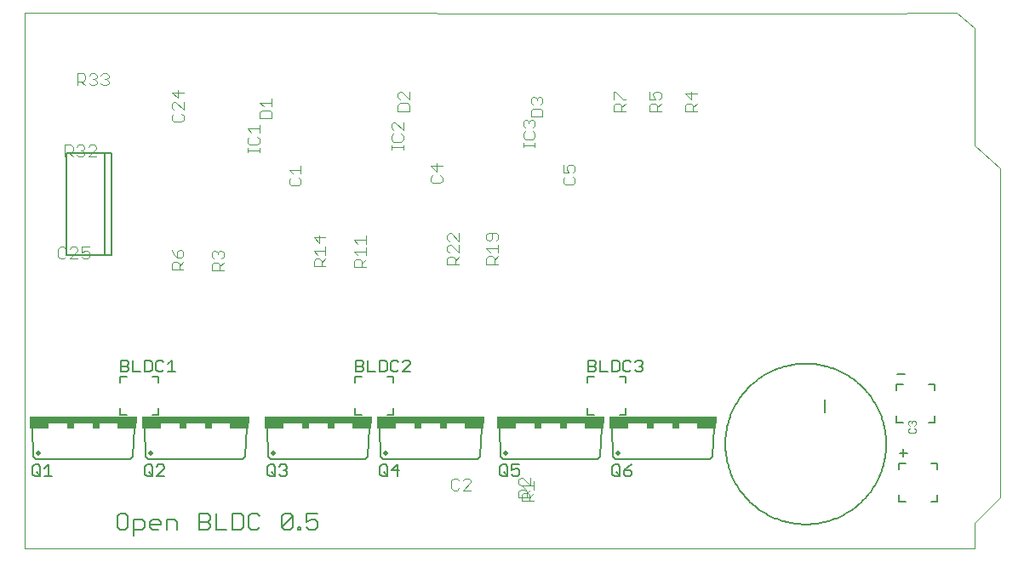
<source format=gto>
G75*
%MOIN*%
%OFA0B0*%
%FSLAX25Y25*%
%IPPOS*%
%LPD*%
%AMOC8*
5,1,8,0,0,1.08239X$1,22.5*
%
%ADD10C,0.00000*%
%ADD11C,0.00600*%
%ADD12C,0.00400*%
%ADD13C,0.00800*%
%ADD14C,0.00300*%
%ADD15C,0.00500*%
%ADD16C,0.02000*%
%ADD17R,0.42000X0.03000*%
%ADD18R,0.07500X0.02000*%
%ADD19R,0.03000X0.02000*%
D10*
X0005000Y0005000D02*
X0005000Y0215000D01*
X0330921Y0214701D01*
X0370000Y0215000D01*
X0377000Y0209000D01*
X0377000Y0163000D01*
X0387000Y0154000D01*
X0387000Y0025000D01*
X0377000Y0015000D01*
X0377000Y0005000D01*
X0005000Y0005000D01*
D11*
X0041300Y0013368D02*
X0042368Y0012300D01*
X0044503Y0012300D01*
X0045570Y0013368D01*
X0045570Y0017638D01*
X0044503Y0018705D01*
X0042368Y0018705D01*
X0041300Y0017638D01*
X0041300Y0013368D01*
X0047745Y0012300D02*
X0050948Y0012300D01*
X0052016Y0013368D01*
X0052016Y0015503D01*
X0050948Y0016570D01*
X0047745Y0016570D01*
X0047745Y0010165D01*
X0054191Y0013368D02*
X0054191Y0015503D01*
X0055259Y0016570D01*
X0057394Y0016570D01*
X0058461Y0015503D01*
X0058461Y0014435D01*
X0054191Y0014435D01*
X0054191Y0013368D02*
X0055259Y0012300D01*
X0057394Y0012300D01*
X0060636Y0012300D02*
X0060636Y0016570D01*
X0063839Y0016570D01*
X0064907Y0015503D01*
X0064907Y0012300D01*
X0073527Y0012300D02*
X0076730Y0012300D01*
X0077798Y0013368D01*
X0077798Y0014435D01*
X0076730Y0015503D01*
X0073527Y0015503D01*
X0073527Y0018705D02*
X0076730Y0018705D01*
X0077798Y0017638D01*
X0077798Y0016570D01*
X0076730Y0015503D01*
X0073527Y0012300D02*
X0073527Y0018705D01*
X0079973Y0018705D02*
X0079973Y0012300D01*
X0084243Y0012300D01*
X0086418Y0012300D02*
X0089621Y0012300D01*
X0090689Y0013368D01*
X0090689Y0017638D01*
X0089621Y0018705D01*
X0086418Y0018705D01*
X0086418Y0012300D01*
X0092864Y0013368D02*
X0093932Y0012300D01*
X0096067Y0012300D01*
X0097134Y0013368D01*
X0092864Y0013368D02*
X0092864Y0017638D01*
X0093932Y0018705D01*
X0096067Y0018705D01*
X0097134Y0017638D01*
X0105755Y0017638D02*
X0105755Y0013368D01*
X0110025Y0017638D01*
X0110025Y0013368D01*
X0108958Y0012300D01*
X0106823Y0012300D01*
X0105755Y0013368D01*
X0112200Y0013368D02*
X0112200Y0012300D01*
X0113268Y0012300D01*
X0113268Y0013368D01*
X0112200Y0013368D01*
X0115423Y0013368D02*
X0116491Y0012300D01*
X0118626Y0012300D01*
X0119694Y0013368D01*
X0119694Y0015503D01*
X0118626Y0016570D01*
X0117558Y0016570D01*
X0115423Y0015503D01*
X0115423Y0018705D01*
X0119694Y0018705D01*
X0110025Y0017638D02*
X0108958Y0018705D01*
X0106823Y0018705D01*
X0105755Y0017638D01*
X0101500Y0040000D02*
X0100500Y0041000D01*
X0100000Y0052500D01*
X0092000Y0052500D02*
X0091500Y0041000D01*
X0090500Y0040000D01*
X0053500Y0040000D01*
X0052500Y0041000D01*
X0052000Y0052500D01*
X0048000Y0052500D02*
X0047500Y0041000D01*
X0046500Y0040000D01*
X0009500Y0040000D01*
X0008500Y0041000D01*
X0008000Y0052500D01*
X0042500Y0057500D02*
X0042500Y0060000D01*
X0042500Y0057500D02*
X0045000Y0057500D01*
X0055000Y0057500D02*
X0057500Y0057500D01*
X0057500Y0060000D01*
X0057500Y0070000D02*
X0057500Y0072500D01*
X0055000Y0072500D01*
X0045000Y0072500D02*
X0042500Y0072500D01*
X0042500Y0070000D01*
X0101500Y0040000D02*
X0138500Y0040000D01*
X0139500Y0041000D01*
X0140000Y0052500D01*
X0144000Y0052500D02*
X0144500Y0041000D01*
X0145500Y0040000D01*
X0182500Y0040000D01*
X0183500Y0041000D01*
X0184000Y0052500D01*
X0191000Y0052500D02*
X0191500Y0041000D01*
X0192500Y0040000D01*
X0229500Y0040000D01*
X0230500Y0041000D01*
X0231000Y0052500D01*
X0235000Y0052500D02*
X0235500Y0041000D01*
X0236500Y0040000D01*
X0273500Y0040000D01*
X0274500Y0041000D01*
X0275000Y0052500D01*
X0240500Y0057500D02*
X0238000Y0057500D01*
X0240500Y0057500D02*
X0240500Y0060000D01*
X0228000Y0057500D02*
X0225500Y0057500D01*
X0225500Y0060000D01*
X0225500Y0070000D02*
X0225500Y0072500D01*
X0228000Y0072500D01*
X0238000Y0072500D02*
X0240500Y0072500D01*
X0240500Y0070000D01*
X0149500Y0070000D02*
X0149500Y0072500D01*
X0147000Y0072500D01*
X0137000Y0072500D02*
X0134500Y0072500D01*
X0134500Y0070000D01*
X0134500Y0060000D02*
X0134500Y0057500D01*
X0137000Y0057500D01*
X0147000Y0057500D02*
X0149500Y0057500D01*
X0149500Y0060000D01*
X0346500Y0057000D02*
X0346500Y0054500D01*
X0349000Y0054500D01*
X0359000Y0054500D02*
X0361500Y0054500D01*
X0361500Y0057000D01*
X0361500Y0067000D02*
X0361500Y0069500D01*
X0359000Y0069500D01*
X0349000Y0069500D02*
X0346500Y0069500D01*
X0346500Y0067000D01*
X0347500Y0038500D02*
X0350000Y0038500D01*
X0347500Y0038500D02*
X0347500Y0036000D01*
X0360000Y0038500D02*
X0362500Y0038500D01*
X0362500Y0036000D01*
X0362500Y0026000D02*
X0362500Y0023500D01*
X0360000Y0023500D01*
X0350000Y0023500D02*
X0347500Y0023500D01*
X0347500Y0026000D01*
D12*
X0204402Y0026706D02*
X0202868Y0025172D01*
X0203198Y0025138D02*
X0198594Y0025138D01*
X0198594Y0027440D01*
X0199361Y0028207D01*
X0200896Y0028207D01*
X0201663Y0027440D01*
X0201663Y0025138D01*
X0202868Y0025939D02*
X0202100Y0026706D01*
X0200566Y0026706D01*
X0199798Y0025939D01*
X0199798Y0023637D01*
X0204402Y0023637D01*
X0202868Y0023637D02*
X0202868Y0025939D01*
X0201663Y0026672D02*
X0203198Y0028207D01*
X0204402Y0028241D02*
X0204402Y0031310D01*
X0204402Y0029776D02*
X0199798Y0029776D01*
X0201333Y0028241D01*
X0203198Y0029742D02*
X0200128Y0032811D01*
X0199361Y0032811D01*
X0198594Y0032044D01*
X0198594Y0030509D01*
X0199361Y0029742D01*
X0203198Y0029742D02*
X0203198Y0032811D01*
X0179857Y0031686D02*
X0179090Y0032454D01*
X0177555Y0032454D01*
X0176788Y0031686D01*
X0175254Y0031686D02*
X0174486Y0032454D01*
X0172952Y0032454D01*
X0172184Y0031686D01*
X0172184Y0028617D01*
X0172952Y0027850D01*
X0174486Y0027850D01*
X0175254Y0028617D01*
X0176788Y0027850D02*
X0179857Y0030919D01*
X0179857Y0031686D01*
X0179857Y0027850D02*
X0176788Y0027850D01*
X0082977Y0114133D02*
X0078373Y0114133D01*
X0078373Y0116435D01*
X0079141Y0117202D01*
X0080675Y0117202D01*
X0081443Y0116435D01*
X0081443Y0114133D01*
X0081443Y0115668D02*
X0082977Y0117202D01*
X0082210Y0118737D02*
X0082977Y0119504D01*
X0082977Y0121039D01*
X0082210Y0121806D01*
X0081443Y0121806D01*
X0080675Y0121039D01*
X0080675Y0120272D01*
X0080675Y0121039D02*
X0079908Y0121806D01*
X0079141Y0121806D01*
X0078373Y0121039D01*
X0078373Y0119504D01*
X0079141Y0118737D01*
X0067229Y0119741D02*
X0066462Y0118973D01*
X0064927Y0118973D01*
X0064927Y0121275D01*
X0065695Y0122042D01*
X0066462Y0122042D01*
X0067229Y0121275D01*
X0067229Y0119741D01*
X0067229Y0117439D02*
X0065695Y0115904D01*
X0065695Y0116671D02*
X0065695Y0114369D01*
X0067229Y0114369D02*
X0062625Y0114369D01*
X0062625Y0116671D01*
X0063393Y0117439D01*
X0064927Y0117439D01*
X0065695Y0116671D01*
X0064927Y0118973D02*
X0063393Y0120508D01*
X0062625Y0122042D01*
X0030477Y0121002D02*
X0030477Y0119467D01*
X0029710Y0118700D01*
X0028175Y0118700D01*
X0027408Y0119467D01*
X0027408Y0121002D02*
X0028942Y0121769D01*
X0029710Y0121769D01*
X0030477Y0121002D01*
X0030477Y0123304D02*
X0027408Y0123304D01*
X0027408Y0121002D01*
X0025873Y0121769D02*
X0025873Y0122537D01*
X0025106Y0123304D01*
X0023571Y0123304D01*
X0022804Y0122537D01*
X0021269Y0122537D02*
X0020502Y0123304D01*
X0018967Y0123304D01*
X0018200Y0122537D01*
X0018200Y0119467D01*
X0018967Y0118700D01*
X0020502Y0118700D01*
X0021269Y0119467D01*
X0022804Y0118700D02*
X0025873Y0121769D01*
X0025873Y0118700D02*
X0022804Y0118700D01*
X0023957Y0158700D02*
X0022423Y0160235D01*
X0023190Y0160235D02*
X0020888Y0160235D01*
X0020888Y0158700D02*
X0020888Y0163304D01*
X0023190Y0163304D01*
X0023957Y0162537D01*
X0023957Y0161002D01*
X0023190Y0160235D01*
X0025492Y0159467D02*
X0026259Y0158700D01*
X0027794Y0158700D01*
X0028561Y0159467D01*
X0028561Y0160235D01*
X0027794Y0161002D01*
X0027027Y0161002D01*
X0027794Y0161002D02*
X0028561Y0161769D01*
X0028561Y0162537D01*
X0027794Y0163304D01*
X0026259Y0163304D01*
X0025492Y0162537D01*
X0030096Y0162537D02*
X0030863Y0163304D01*
X0032398Y0163304D01*
X0033165Y0162537D01*
X0033165Y0161769D01*
X0030096Y0158700D01*
X0033165Y0158700D01*
X0062696Y0173156D02*
X0063463Y0172388D01*
X0066533Y0172388D01*
X0067300Y0173156D01*
X0067300Y0174690D01*
X0066533Y0175457D01*
X0067300Y0176992D02*
X0064231Y0180061D01*
X0063463Y0180061D01*
X0062696Y0179294D01*
X0062696Y0177759D01*
X0063463Y0176992D01*
X0063463Y0175457D02*
X0062696Y0174690D01*
X0062696Y0173156D01*
X0067300Y0176992D02*
X0067300Y0180061D01*
X0064998Y0181596D02*
X0062696Y0183898D01*
X0067300Y0183898D01*
X0064998Y0184665D02*
X0064998Y0181596D01*
X0037977Y0187467D02*
X0037210Y0186700D01*
X0035675Y0186700D01*
X0034908Y0187467D01*
X0033373Y0187467D02*
X0032606Y0186700D01*
X0031071Y0186700D01*
X0030304Y0187467D01*
X0028769Y0186700D02*
X0027235Y0188235D01*
X0028002Y0188235D02*
X0025700Y0188235D01*
X0025700Y0186700D02*
X0025700Y0191304D01*
X0028002Y0191304D01*
X0028769Y0190537D01*
X0028769Y0189002D01*
X0028002Y0188235D01*
X0030304Y0190537D02*
X0031071Y0191304D01*
X0032606Y0191304D01*
X0033373Y0190537D01*
X0033373Y0189769D01*
X0032606Y0189002D01*
X0033373Y0188235D01*
X0033373Y0187467D01*
X0032606Y0189002D02*
X0031839Y0189002D01*
X0034908Y0190537D02*
X0035675Y0191304D01*
X0037210Y0191304D01*
X0037977Y0190537D01*
X0037977Y0189769D01*
X0037210Y0189002D01*
X0037977Y0188235D01*
X0037977Y0187467D01*
X0037210Y0189002D02*
X0036442Y0189002D01*
X0092381Y0169615D02*
X0096985Y0169615D01*
X0096985Y0168080D02*
X0096985Y0171150D01*
X0093916Y0168080D02*
X0092381Y0169615D01*
X0093148Y0166546D02*
X0092381Y0165778D01*
X0092381Y0164244D01*
X0093148Y0163476D01*
X0096218Y0163476D01*
X0096985Y0164244D01*
X0096985Y0165778D01*
X0096218Y0166546D01*
X0096985Y0161942D02*
X0096985Y0160407D01*
X0096985Y0161174D02*
X0092381Y0161174D01*
X0092381Y0160407D02*
X0092381Y0161942D01*
X0108633Y0153454D02*
X0113237Y0153454D01*
X0113237Y0154988D02*
X0113237Y0151919D01*
X0112470Y0150384D02*
X0113237Y0149617D01*
X0113237Y0148082D01*
X0112470Y0147315D01*
X0109400Y0147315D01*
X0108633Y0148082D01*
X0108633Y0149617D01*
X0109400Y0150384D01*
X0110168Y0151919D02*
X0108633Y0153454D01*
X0101863Y0173680D02*
X0097259Y0173680D01*
X0097259Y0175982D01*
X0098026Y0176750D01*
X0101096Y0176750D01*
X0101863Y0175982D01*
X0101863Y0173680D01*
X0101863Y0178284D02*
X0101863Y0181354D01*
X0101863Y0179819D02*
X0097259Y0179819D01*
X0098794Y0178284D01*
X0148696Y0171461D02*
X0148696Y0169926D01*
X0149463Y0169159D01*
X0149463Y0167624D02*
X0148696Y0166857D01*
X0148696Y0165322D01*
X0149463Y0164555D01*
X0152533Y0164555D01*
X0153300Y0165322D01*
X0153300Y0166857D01*
X0152533Y0167624D01*
X0153300Y0169159D02*
X0150231Y0172228D01*
X0149463Y0172228D01*
X0148696Y0171461D01*
X0153300Y0172228D02*
X0153300Y0169159D01*
X0153300Y0163020D02*
X0153300Y0161486D01*
X0153300Y0162253D02*
X0148696Y0162253D01*
X0148696Y0161486D02*
X0148696Y0163020D01*
X0164082Y0155181D02*
X0166384Y0152880D01*
X0166384Y0155949D01*
X0168686Y0155181D02*
X0164082Y0155181D01*
X0164849Y0151345D02*
X0164082Y0150578D01*
X0164082Y0149043D01*
X0164849Y0148276D01*
X0167919Y0148276D01*
X0168686Y0149043D01*
X0168686Y0150578D01*
X0167919Y0151345D01*
X0200302Y0162446D02*
X0200302Y0163981D01*
X0200302Y0163214D02*
X0204906Y0163214D01*
X0204906Y0163981D02*
X0204906Y0162446D01*
X0204139Y0165516D02*
X0201070Y0165516D01*
X0200302Y0166283D01*
X0200302Y0167818D01*
X0201070Y0168585D01*
X0201070Y0170120D02*
X0200302Y0170887D01*
X0200302Y0172422D01*
X0201070Y0173189D01*
X0201837Y0173189D01*
X0202604Y0172422D01*
X0203372Y0173189D01*
X0204139Y0173189D01*
X0204906Y0172422D01*
X0204906Y0170887D01*
X0204139Y0170120D01*
X0204139Y0168585D02*
X0204906Y0167818D01*
X0204906Y0166283D01*
X0204139Y0165516D01*
X0202604Y0171654D02*
X0202604Y0172422D01*
X0203322Y0174491D02*
X0203322Y0176793D01*
X0204089Y0177561D01*
X0207159Y0177561D01*
X0207926Y0176793D01*
X0207926Y0174491D01*
X0203322Y0174491D01*
X0204089Y0179095D02*
X0203322Y0179863D01*
X0203322Y0181397D01*
X0204089Y0182165D01*
X0204857Y0182165D01*
X0205624Y0181397D01*
X0206391Y0182165D01*
X0207159Y0182165D01*
X0207926Y0181397D01*
X0207926Y0179863D01*
X0207159Y0179095D01*
X0205624Y0180630D02*
X0205624Y0181397D01*
X0235696Y0181096D02*
X0235696Y0184165D01*
X0236463Y0184165D01*
X0239533Y0181096D01*
X0240300Y0181096D01*
X0240300Y0179561D02*
X0238765Y0178027D01*
X0238765Y0178794D02*
X0238765Y0176492D01*
X0240300Y0176492D02*
X0235696Y0176492D01*
X0235696Y0178794D01*
X0236463Y0179561D01*
X0237998Y0179561D01*
X0238765Y0178794D01*
X0249696Y0178794D02*
X0249696Y0176492D01*
X0254300Y0176492D01*
X0252765Y0176492D02*
X0252765Y0178794D01*
X0251998Y0179561D01*
X0250463Y0179561D01*
X0249696Y0178794D01*
X0249696Y0181096D02*
X0251998Y0181096D01*
X0251231Y0182631D01*
X0251231Y0183398D01*
X0251998Y0184165D01*
X0253533Y0184165D01*
X0254300Y0183398D01*
X0254300Y0181863D01*
X0253533Y0181096D01*
X0254300Y0179561D02*
X0252765Y0178027D01*
X0249696Y0181096D02*
X0249696Y0184165D01*
X0263696Y0183398D02*
X0265998Y0181096D01*
X0265998Y0184165D01*
X0268300Y0183398D02*
X0263696Y0183398D01*
X0264463Y0179561D02*
X0263696Y0178794D01*
X0263696Y0176492D01*
X0268300Y0176492D01*
X0266765Y0176492D02*
X0266765Y0178794D01*
X0265998Y0179561D01*
X0264463Y0179561D01*
X0266765Y0178027D02*
X0268300Y0179561D01*
X0220568Y0154622D02*
X0220568Y0153088D01*
X0219800Y0152320D01*
X0219800Y0150786D02*
X0220568Y0150019D01*
X0220568Y0148484D01*
X0219800Y0147717D01*
X0216731Y0147717D01*
X0215964Y0148484D01*
X0215964Y0150019D01*
X0216731Y0150786D01*
X0215964Y0152320D02*
X0218266Y0152320D01*
X0217498Y0153855D01*
X0217498Y0154622D01*
X0218266Y0155390D01*
X0219800Y0155390D01*
X0220568Y0154622D01*
X0215964Y0155390D02*
X0215964Y0152320D01*
X0190544Y0128037D02*
X0189777Y0128804D01*
X0186707Y0128804D01*
X0185940Y0128037D01*
X0185940Y0126502D01*
X0186707Y0125735D01*
X0187475Y0125735D01*
X0188242Y0126502D01*
X0188242Y0128804D01*
X0190544Y0128037D02*
X0190544Y0126502D01*
X0189777Y0125735D01*
X0190544Y0124200D02*
X0190544Y0121131D01*
X0190544Y0122665D02*
X0185940Y0122665D01*
X0187475Y0121131D01*
X0188242Y0119596D02*
X0189009Y0118829D01*
X0189009Y0116527D01*
X0189009Y0118061D02*
X0190544Y0119596D01*
X0188242Y0119596D02*
X0186707Y0119596D01*
X0185940Y0118829D01*
X0185940Y0116527D01*
X0190544Y0116527D01*
X0175190Y0116369D02*
X0170586Y0116369D01*
X0170586Y0118671D01*
X0171353Y0119439D01*
X0172888Y0119439D01*
X0173655Y0118671D01*
X0173655Y0116369D01*
X0173655Y0117904D02*
X0175190Y0119439D01*
X0175190Y0120973D02*
X0172120Y0124042D01*
X0171353Y0124042D01*
X0170586Y0123275D01*
X0170586Y0121741D01*
X0171353Y0120973D01*
X0175190Y0120973D02*
X0175190Y0124042D01*
X0175190Y0125577D02*
X0172120Y0128646D01*
X0171353Y0128646D01*
X0170586Y0127879D01*
X0170586Y0126344D01*
X0171353Y0125577D01*
X0175190Y0125577D02*
X0175190Y0128646D01*
X0138662Y0127646D02*
X0138662Y0124577D01*
X0138662Y0123042D02*
X0138662Y0119973D01*
X0138662Y0118439D02*
X0137128Y0116904D01*
X0137128Y0117671D02*
X0137128Y0115369D01*
X0138662Y0115369D02*
X0134058Y0115369D01*
X0134058Y0117671D01*
X0134826Y0118439D01*
X0136360Y0118439D01*
X0137128Y0117671D01*
X0135593Y0119973D02*
X0134058Y0121508D01*
X0138662Y0121508D01*
X0135593Y0124577D02*
X0134058Y0126112D01*
X0138662Y0126112D01*
X0122914Y0127115D02*
X0118310Y0127115D01*
X0120612Y0124813D01*
X0120612Y0127883D01*
X0122914Y0123279D02*
X0122914Y0120209D01*
X0122914Y0118675D02*
X0121380Y0117140D01*
X0121380Y0117907D02*
X0121380Y0115606D01*
X0122914Y0115606D02*
X0118310Y0115606D01*
X0118310Y0117907D01*
X0119078Y0118675D01*
X0120612Y0118675D01*
X0121380Y0117907D01*
X0119845Y0120209D02*
X0118310Y0121744D01*
X0122914Y0121744D01*
X0151259Y0176554D02*
X0151259Y0178856D01*
X0152026Y0179624D01*
X0155096Y0179624D01*
X0155863Y0178856D01*
X0155863Y0176554D01*
X0151259Y0176554D01*
X0152026Y0181158D02*
X0151259Y0181926D01*
X0151259Y0183460D01*
X0152026Y0184228D01*
X0152794Y0184228D01*
X0155863Y0181158D01*
X0155863Y0184228D01*
D13*
X0039000Y0160000D02*
X0039000Y0120000D01*
X0036500Y0120000D01*
X0036500Y0160000D01*
X0039000Y0160000D01*
X0036500Y0160000D02*
X0021500Y0160000D01*
X0021500Y0120000D01*
X0036500Y0120000D01*
X0279500Y0046000D02*
X0279509Y0046773D01*
X0279538Y0047546D01*
X0279585Y0048317D01*
X0279652Y0049088D01*
X0279737Y0049856D01*
X0279841Y0050622D01*
X0279964Y0051385D01*
X0280105Y0052145D01*
X0280265Y0052902D01*
X0280444Y0053654D01*
X0280641Y0054401D01*
X0280856Y0055144D01*
X0281090Y0055881D01*
X0281341Y0056612D01*
X0281611Y0057337D01*
X0281898Y0058055D01*
X0282202Y0058765D01*
X0282524Y0059468D01*
X0282863Y0060163D01*
X0283219Y0060849D01*
X0283592Y0061526D01*
X0283982Y0062194D01*
X0284387Y0062852D01*
X0284809Y0063500D01*
X0285246Y0064138D01*
X0285699Y0064765D01*
X0286167Y0065380D01*
X0286650Y0065983D01*
X0287148Y0066575D01*
X0287660Y0067154D01*
X0288186Y0067721D01*
X0288726Y0068274D01*
X0289279Y0068814D01*
X0289846Y0069340D01*
X0290425Y0069852D01*
X0291017Y0070350D01*
X0291620Y0070833D01*
X0292235Y0071301D01*
X0292862Y0071754D01*
X0293500Y0072191D01*
X0294148Y0072613D01*
X0294806Y0073018D01*
X0295474Y0073408D01*
X0296151Y0073781D01*
X0296837Y0074137D01*
X0297532Y0074476D01*
X0298235Y0074798D01*
X0298945Y0075102D01*
X0299663Y0075389D01*
X0300388Y0075659D01*
X0301119Y0075910D01*
X0301856Y0076144D01*
X0302599Y0076359D01*
X0303346Y0076556D01*
X0304098Y0076735D01*
X0304855Y0076895D01*
X0305615Y0077036D01*
X0306378Y0077159D01*
X0307144Y0077263D01*
X0307912Y0077348D01*
X0308683Y0077415D01*
X0309454Y0077462D01*
X0310227Y0077491D01*
X0311000Y0077500D01*
X0311773Y0077491D01*
X0312546Y0077462D01*
X0313317Y0077415D01*
X0314088Y0077348D01*
X0314856Y0077263D01*
X0315622Y0077159D01*
X0316385Y0077036D01*
X0317145Y0076895D01*
X0317902Y0076735D01*
X0318654Y0076556D01*
X0319401Y0076359D01*
X0320144Y0076144D01*
X0320881Y0075910D01*
X0321612Y0075659D01*
X0322337Y0075389D01*
X0323055Y0075102D01*
X0323765Y0074798D01*
X0324468Y0074476D01*
X0325163Y0074137D01*
X0325849Y0073781D01*
X0326526Y0073408D01*
X0327194Y0073018D01*
X0327852Y0072613D01*
X0328500Y0072191D01*
X0329138Y0071754D01*
X0329765Y0071301D01*
X0330380Y0070833D01*
X0330983Y0070350D01*
X0331575Y0069852D01*
X0332154Y0069340D01*
X0332721Y0068814D01*
X0333274Y0068274D01*
X0333814Y0067721D01*
X0334340Y0067154D01*
X0334852Y0066575D01*
X0335350Y0065983D01*
X0335833Y0065380D01*
X0336301Y0064765D01*
X0336754Y0064138D01*
X0337191Y0063500D01*
X0337613Y0062852D01*
X0338018Y0062194D01*
X0338408Y0061526D01*
X0338781Y0060849D01*
X0339137Y0060163D01*
X0339476Y0059468D01*
X0339798Y0058765D01*
X0340102Y0058055D01*
X0340389Y0057337D01*
X0340659Y0056612D01*
X0340910Y0055881D01*
X0341144Y0055144D01*
X0341359Y0054401D01*
X0341556Y0053654D01*
X0341735Y0052902D01*
X0341895Y0052145D01*
X0342036Y0051385D01*
X0342159Y0050622D01*
X0342263Y0049856D01*
X0342348Y0049088D01*
X0342415Y0048317D01*
X0342462Y0047546D01*
X0342491Y0046773D01*
X0342500Y0046000D01*
X0342491Y0045227D01*
X0342462Y0044454D01*
X0342415Y0043683D01*
X0342348Y0042912D01*
X0342263Y0042144D01*
X0342159Y0041378D01*
X0342036Y0040615D01*
X0341895Y0039855D01*
X0341735Y0039098D01*
X0341556Y0038346D01*
X0341359Y0037599D01*
X0341144Y0036856D01*
X0340910Y0036119D01*
X0340659Y0035388D01*
X0340389Y0034663D01*
X0340102Y0033945D01*
X0339798Y0033235D01*
X0339476Y0032532D01*
X0339137Y0031837D01*
X0338781Y0031151D01*
X0338408Y0030474D01*
X0338018Y0029806D01*
X0337613Y0029148D01*
X0337191Y0028500D01*
X0336754Y0027862D01*
X0336301Y0027235D01*
X0335833Y0026620D01*
X0335350Y0026017D01*
X0334852Y0025425D01*
X0334340Y0024846D01*
X0333814Y0024279D01*
X0333274Y0023726D01*
X0332721Y0023186D01*
X0332154Y0022660D01*
X0331575Y0022148D01*
X0330983Y0021650D01*
X0330380Y0021167D01*
X0329765Y0020699D01*
X0329138Y0020246D01*
X0328500Y0019809D01*
X0327852Y0019387D01*
X0327194Y0018982D01*
X0326526Y0018592D01*
X0325849Y0018219D01*
X0325163Y0017863D01*
X0324468Y0017524D01*
X0323765Y0017202D01*
X0323055Y0016898D01*
X0322337Y0016611D01*
X0321612Y0016341D01*
X0320881Y0016090D01*
X0320144Y0015856D01*
X0319401Y0015641D01*
X0318654Y0015444D01*
X0317902Y0015265D01*
X0317145Y0015105D01*
X0316385Y0014964D01*
X0315622Y0014841D01*
X0314856Y0014737D01*
X0314088Y0014652D01*
X0313317Y0014585D01*
X0312546Y0014538D01*
X0311773Y0014509D01*
X0311000Y0014500D01*
X0310227Y0014509D01*
X0309454Y0014538D01*
X0308683Y0014585D01*
X0307912Y0014652D01*
X0307144Y0014737D01*
X0306378Y0014841D01*
X0305615Y0014964D01*
X0304855Y0015105D01*
X0304098Y0015265D01*
X0303346Y0015444D01*
X0302599Y0015641D01*
X0301856Y0015856D01*
X0301119Y0016090D01*
X0300388Y0016341D01*
X0299663Y0016611D01*
X0298945Y0016898D01*
X0298235Y0017202D01*
X0297532Y0017524D01*
X0296837Y0017863D01*
X0296151Y0018219D01*
X0295474Y0018592D01*
X0294806Y0018982D01*
X0294148Y0019387D01*
X0293500Y0019809D01*
X0292862Y0020246D01*
X0292235Y0020699D01*
X0291620Y0021167D01*
X0291017Y0021650D01*
X0290425Y0022148D01*
X0289846Y0022660D01*
X0289279Y0023186D01*
X0288726Y0023726D01*
X0288186Y0024279D01*
X0287660Y0024846D01*
X0287148Y0025425D01*
X0286650Y0026017D01*
X0286167Y0026620D01*
X0285699Y0027235D01*
X0285246Y0027862D01*
X0284809Y0028500D01*
X0284387Y0029148D01*
X0283982Y0029806D01*
X0283592Y0030474D01*
X0283219Y0031151D01*
X0282863Y0031837D01*
X0282524Y0032532D01*
X0282202Y0033235D01*
X0281898Y0033945D01*
X0281611Y0034663D01*
X0281341Y0035388D01*
X0281090Y0036119D01*
X0280856Y0036856D01*
X0280641Y0037599D01*
X0280444Y0038346D01*
X0280265Y0039098D01*
X0280105Y0039855D01*
X0279964Y0040615D01*
X0279841Y0041378D01*
X0279737Y0042144D01*
X0279652Y0042912D01*
X0279585Y0043683D01*
X0279538Y0044454D01*
X0279509Y0045227D01*
X0279500Y0046000D01*
X0318500Y0058500D02*
X0318500Y0063500D01*
D14*
X0351148Y0054655D02*
X0351148Y0053687D01*
X0351631Y0053203D01*
X0351631Y0052192D02*
X0351148Y0051708D01*
X0351148Y0050741D01*
X0351631Y0050257D01*
X0353566Y0050257D01*
X0354050Y0050741D01*
X0354050Y0051708D01*
X0353566Y0052192D01*
X0353566Y0053203D02*
X0354050Y0053687D01*
X0354050Y0054655D01*
X0353566Y0055138D01*
X0353083Y0055138D01*
X0352599Y0054655D01*
X0352599Y0054171D01*
X0352599Y0054655D02*
X0352115Y0055138D01*
X0351631Y0055138D01*
X0351148Y0054655D01*
D15*
X0349251Y0044003D02*
X0349251Y0041001D01*
X0347750Y0042502D02*
X0350753Y0042502D01*
X0349753Y0073502D02*
X0346750Y0073502D01*
X0247168Y0075001D02*
X0246418Y0074250D01*
X0244916Y0074250D01*
X0244166Y0075001D01*
X0242564Y0075001D02*
X0241814Y0074250D01*
X0240312Y0074250D01*
X0239562Y0075001D01*
X0239562Y0078003D01*
X0240312Y0078754D01*
X0241814Y0078754D01*
X0242564Y0078003D01*
X0244166Y0078003D02*
X0244916Y0078754D01*
X0246418Y0078754D01*
X0247168Y0078003D01*
X0247168Y0077253D01*
X0246418Y0076502D01*
X0247168Y0075751D01*
X0247168Y0075001D01*
X0246418Y0076502D02*
X0245667Y0076502D01*
X0237960Y0075001D02*
X0237960Y0078003D01*
X0237210Y0078754D01*
X0234958Y0078754D01*
X0234958Y0074250D01*
X0237210Y0074250D01*
X0237960Y0075001D01*
X0233356Y0074250D02*
X0230354Y0074250D01*
X0230354Y0078754D01*
X0228753Y0078003D02*
X0228753Y0077253D01*
X0228002Y0076502D01*
X0225750Y0076502D01*
X0225750Y0074250D02*
X0225750Y0078754D01*
X0228002Y0078754D01*
X0228753Y0078003D01*
X0228002Y0076502D02*
X0228753Y0075751D01*
X0228753Y0075001D01*
X0228002Y0074250D01*
X0225750Y0074250D01*
X0236001Y0037954D02*
X0237502Y0037954D01*
X0238253Y0037203D01*
X0238253Y0034201D01*
X0237502Y0033450D01*
X0236001Y0033450D01*
X0235250Y0034201D01*
X0235250Y0037203D01*
X0236001Y0037954D01*
X0236751Y0034951D02*
X0238253Y0033450D01*
X0239854Y0034201D02*
X0240605Y0033450D01*
X0242106Y0033450D01*
X0242856Y0034201D01*
X0242856Y0034951D01*
X0242106Y0035702D01*
X0239854Y0035702D01*
X0239854Y0034201D01*
X0239854Y0035702D02*
X0241355Y0037203D01*
X0242856Y0037954D01*
X0198856Y0037954D02*
X0195854Y0037954D01*
X0195854Y0035702D01*
X0197355Y0036453D01*
X0198106Y0036453D01*
X0198856Y0035702D01*
X0198856Y0034201D01*
X0198106Y0033450D01*
X0196605Y0033450D01*
X0195854Y0034201D01*
X0194253Y0034201D02*
X0193502Y0033450D01*
X0192001Y0033450D01*
X0191250Y0034201D01*
X0191250Y0037203D01*
X0192001Y0037954D01*
X0193502Y0037954D01*
X0194253Y0037203D01*
X0194253Y0034201D01*
X0194253Y0033450D02*
X0192751Y0034951D01*
X0151856Y0035702D02*
X0148854Y0035702D01*
X0151106Y0037954D01*
X0151106Y0033450D01*
X0147253Y0033450D02*
X0145751Y0034951D01*
X0145001Y0033450D02*
X0144250Y0034201D01*
X0144250Y0037203D01*
X0145001Y0037954D01*
X0146502Y0037954D01*
X0147253Y0037203D01*
X0147253Y0034201D01*
X0146502Y0033450D01*
X0145001Y0033450D01*
X0107856Y0034201D02*
X0107106Y0033450D01*
X0105605Y0033450D01*
X0104854Y0034201D01*
X0103253Y0034201D02*
X0102502Y0033450D01*
X0101001Y0033450D01*
X0100250Y0034201D01*
X0100250Y0037203D01*
X0101001Y0037954D01*
X0102502Y0037954D01*
X0103253Y0037203D01*
X0103253Y0034201D01*
X0103253Y0033450D02*
X0101751Y0034951D01*
X0104854Y0037203D02*
X0105605Y0037954D01*
X0107106Y0037954D01*
X0107856Y0037203D01*
X0107856Y0036453D01*
X0107106Y0035702D01*
X0107856Y0034951D01*
X0107856Y0034201D01*
X0107106Y0035702D02*
X0106355Y0035702D01*
X0059856Y0036453D02*
X0059856Y0037203D01*
X0059106Y0037954D01*
X0057605Y0037954D01*
X0056854Y0037203D01*
X0055253Y0037203D02*
X0055253Y0034201D01*
X0054502Y0033450D01*
X0053001Y0033450D01*
X0052250Y0034201D01*
X0052250Y0037203D01*
X0053001Y0037954D01*
X0054502Y0037954D01*
X0055253Y0037203D01*
X0053751Y0034951D02*
X0055253Y0033450D01*
X0056854Y0033450D02*
X0059856Y0036453D01*
X0059856Y0033450D02*
X0056854Y0033450D01*
X0015856Y0033450D02*
X0012854Y0033450D01*
X0014355Y0033450D02*
X0014355Y0037954D01*
X0012854Y0036453D01*
X0011253Y0037203D02*
X0011253Y0034201D01*
X0010502Y0033450D01*
X0009001Y0033450D01*
X0008250Y0034201D01*
X0008250Y0037203D01*
X0009001Y0037954D01*
X0010502Y0037954D01*
X0011253Y0037203D01*
X0009751Y0034951D02*
X0011253Y0033450D01*
X0042750Y0074250D02*
X0045002Y0074250D01*
X0045753Y0075001D01*
X0045753Y0075751D01*
X0045002Y0076502D01*
X0042750Y0076502D01*
X0042750Y0074250D02*
X0042750Y0078754D01*
X0045002Y0078754D01*
X0045753Y0078003D01*
X0045753Y0077253D01*
X0045002Y0076502D01*
X0047354Y0078754D02*
X0047354Y0074250D01*
X0050356Y0074250D01*
X0051958Y0074250D02*
X0054210Y0074250D01*
X0054960Y0075001D01*
X0054960Y0078003D01*
X0054210Y0078754D01*
X0051958Y0078754D01*
X0051958Y0074250D01*
X0056562Y0075001D02*
X0056562Y0078003D01*
X0057312Y0078754D01*
X0058814Y0078754D01*
X0059564Y0078003D01*
X0061166Y0077253D02*
X0062667Y0078754D01*
X0062667Y0074250D01*
X0061166Y0074250D02*
X0064168Y0074250D01*
X0059564Y0075001D02*
X0058814Y0074250D01*
X0057312Y0074250D01*
X0056562Y0075001D01*
X0134750Y0074250D02*
X0137002Y0074250D01*
X0137753Y0075001D01*
X0137753Y0075751D01*
X0137002Y0076502D01*
X0134750Y0076502D01*
X0134750Y0074250D02*
X0134750Y0078754D01*
X0137002Y0078754D01*
X0137753Y0078003D01*
X0137753Y0077253D01*
X0137002Y0076502D01*
X0139354Y0078754D02*
X0139354Y0074250D01*
X0142356Y0074250D01*
X0143958Y0074250D02*
X0146210Y0074250D01*
X0146960Y0075001D01*
X0146960Y0078003D01*
X0146210Y0078754D01*
X0143958Y0078754D01*
X0143958Y0074250D01*
X0148562Y0075001D02*
X0148562Y0078003D01*
X0149312Y0078754D01*
X0150814Y0078754D01*
X0151564Y0078003D01*
X0153166Y0078003D02*
X0153916Y0078754D01*
X0155418Y0078754D01*
X0156168Y0078003D01*
X0156168Y0077253D01*
X0153166Y0074250D01*
X0156168Y0074250D01*
X0151564Y0075001D02*
X0150814Y0074250D01*
X0149312Y0074250D01*
X0148562Y0075001D01*
D16*
X0146300Y0042400D03*
X0102300Y0042400D03*
X0054300Y0042400D03*
X0010300Y0042400D03*
X0193300Y0042400D03*
X0237300Y0042400D03*
D17*
X0255000Y0055500D03*
X0211000Y0055500D03*
X0164000Y0055500D03*
X0120000Y0055500D03*
X0072000Y0055500D03*
X0028000Y0055500D03*
D18*
X0045250Y0053000D03*
X0054750Y0053000D03*
X0089250Y0053000D03*
X0102750Y0053000D03*
X0137250Y0053000D03*
X0146750Y0053000D03*
X0181250Y0053000D03*
X0193750Y0053000D03*
X0228250Y0053000D03*
X0237750Y0053000D03*
X0272250Y0053000D03*
X0010750Y0053000D03*
D19*
X0023000Y0053000D03*
X0033000Y0053000D03*
X0067000Y0053000D03*
X0077000Y0053000D03*
X0115000Y0053000D03*
X0125000Y0053000D03*
X0159000Y0053000D03*
X0169000Y0053000D03*
X0206000Y0053000D03*
X0216000Y0053000D03*
X0250000Y0053000D03*
X0260000Y0053000D03*
M02*

</source>
